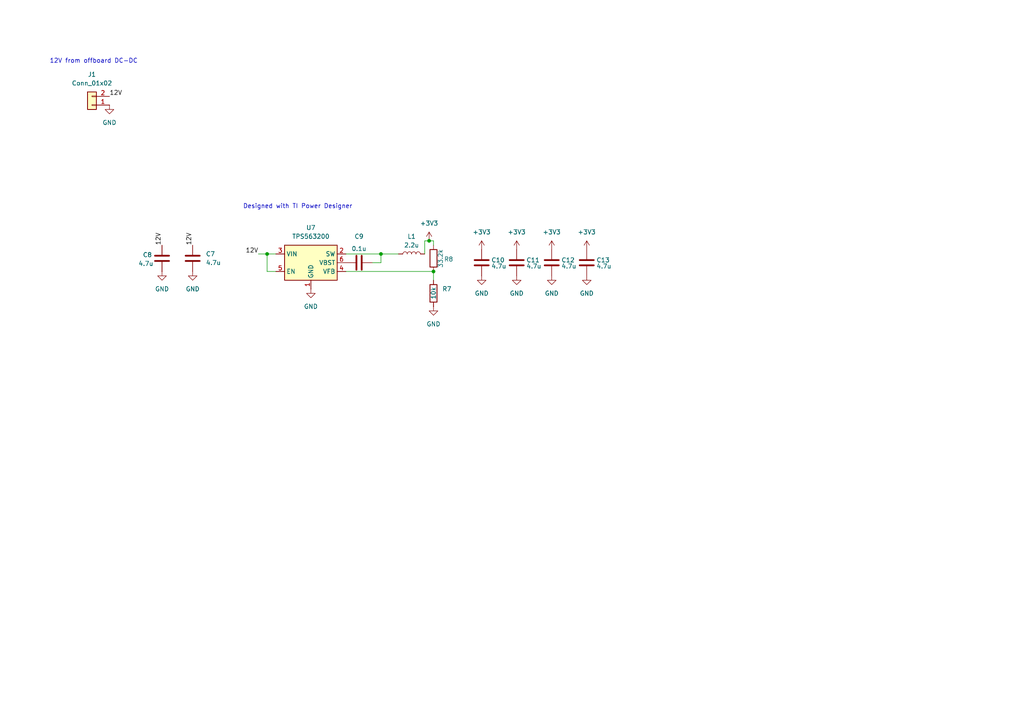
<source format=kicad_sch>
(kicad_sch (version 20250114) (generator "eeschema") (generator_version "9.0")
  (paper "A4")
  (lib_symbols
    (symbol "Connector_Generic:Conn_01x02" (pin_names (offset 1.016) (hide yes))
      (property "Reference" "J" (at 0 2.54 0))
      (property "Value" "Conn_01x02" (at 0 -5.08 0))
      (symbol "Conn_01x02_1_1"
        (rectangle (start -1.27 1.27) (end 1.27 -3.81) (stroke (width 0.254)) (fill (type background)))
        (rectangle (start -1.27 0.127) (end 0 -0.127) (stroke (width 0.1524)))
        (rectangle (start -1.27 -2.413) (end 0 -2.667) (stroke (width 0.1524)))
        (pin passive line (at -5.08 0 0) (length 3.81) (name "Pin_1") (number "1"))
        (pin passive line (at -5.08 -2.54 0) (length 3.81) (name "Pin_2") (number "2"))
      )
    )
    (symbol "Device:C" (pin_numbers (hide yes)) (pin_names (offset 0.254))
      (property "Reference" "C" (at 0.635 2.54 0))
      (property "Value" "C" (at 0.635 -2.54 0))
      (symbol "C_0_1"
        (polyline (pts (xy -2.032 0.762) (xy 2.032 0.762)) (stroke (width 0.508)))
        (polyline (pts (xy -2.032 -0.762) (xy 2.032 -0.762)) (stroke (width 0.508)))
      )
      (symbol "C_1_1"
        (pin passive line (at 0 3.81 270) (length 2.794) (name "~") (number "1"))
        (pin passive line (at 0 -3.81 90) (length 2.794) (name "~") (number "2"))
      )
    )
    (symbol "Device:L" (pin_numbers (hide yes)) (pin_names (offset 1.016) (hide yes))
      (property "Reference" "L" (at -1.27 0 90))
      (property "Value" "L" (at 1.905 0 90))
      (symbol "L_0_1"
        (arc (start 0 2.54) (mid 0.6323 1.905) (end 0 1.27))
        (arc (start 0 1.27) (mid 0.6323 0.635) (end 0 0))
        (arc (start 0 0) (mid 0.6323 -0.635) (end 0 -1.27))
        (arc (start 0 -1.27) (mid 0.6323 -1.905) (end 0 -2.54))
      )
      (symbol "L_1_1"
        (pin passive line (at 0 3.81 270) (length 1.27) (name "1") (number "1"))
        (pin passive line (at 0 -3.81 90) (length 1.27) (name "2") (number "2"))
      )
    )
    (symbol "Device:R" (pin_numbers (hide yes)) (pin_names (offset 0))
      (property "Reference" "R" (at 2.032 0 90))
      (property "Value" "R" (at 0 0 90))
      (symbol "R_0_1"
        (rectangle (start -1.016 -2.54) (end 1.016 2.54) (stroke (width 0.254)))
      )
      (symbol "R_1_1"
        (pin passive line (at 0 3.81 270) (length 1.27) (name "~") (number "1"))
        (pin passive line (at 0 -3.81 90) (length 1.27) (name "~") (number "2"))
      )
    )
    (symbol "Regulator_Switching:TPS563200"
      (property "Reference" "U" (at -7.62 6.35 0))
      (property "Value" "TPS563200" (at -2.54 6.35 0))
      (symbol "TPS563200_0_1"
        (rectangle (start -7.62 5.08) (end 7.62 -5.08) (stroke (width 0.254)) (fill (type background)))
      )
      (symbol "TPS563200_1_1"
        (pin power_in line (at -10.16 2.54 0) (length 2.54) (name "VIN") (number "3"))
        (pin input line (at -10.16 -2.54 0) (length 2.54) (name "EN") (number "5"))
        (pin power_in line (at 0 -7.62 90) (length 2.54) (name "GND") (number "1"))
        (pin output line (at 10.16 2.54 180) (length 2.54) (name "SW") (number "2"))
        (pin passive line (at 10.16 0 180) (length 2.54) (name "VBST") (number "6"))
        (pin input line (at 10.16 -2.54 180) (length 2.54) (name "VFB") (number "4"))
      )
    )
    (symbol "power:+3V3" (power) (pin_numbers (hide yes)) (pin_names (offset 0) (hide yes))
      (property "Value" "+3V3" (at 0 3.556 0))
      (symbol "+3V3_0_1"
        (polyline (pts (xy -0.762 1.27) (xy 0 2.54)))
        (polyline (pts (xy 0 2.54) (xy 0.762 1.27)))
        (polyline (pts (xy 0 0) (xy 0 2.54)))
      )
      (symbol "+3V3_1_1"
        (pin power_in line (at 0 0 90) (length 0) (name "~") (number "1"))
      )
    )
    (symbol "power:GND" (power) (pin_numbers (hide yes)) (pin_names (offset 0) (hide yes))
      (property "Value" "GND" (at 0 -3.81 0))
      (symbol "GND_0_1"
        (polyline (pts (xy 0 0) (xy 0 -1.27) (xy 1.27 -1.27) (xy 0 -2.54) (xy -1.27 -1.27) (xy 0 -1.27)))
      )
      (symbol "GND_1_1"
        (pin power_in line (at 0 0 270) (length 0) (name "~") (number "1"))
      )
    )
  )
  (text "12V from offboard DC-DC" (at 27.178 17.78 0) (effects (font (size 1.27 1.27))))
  (text "Designed with TI Power Designer" (at 86.36 59.944 0) (effects (font (size 1.27 1.27))))
  (junction (at 124.46 69.85))
  (junction (at 77.47 73.66))
  (junction (at 125.73 78.74))
  (junction (at 110.49 73.66))
  (wire (pts (xy 77.47 73.66) (xy 80.01 73.66)))
  (wire (pts (xy 123.19 69.85) (xy 124.46 69.85)))
  (wire (pts (xy 100.33 73.66) (xy 110.49 73.66)))
  (wire (pts (xy 74.93 73.66) (xy 77.47 73.66)))
  (wire (pts (xy 110.49 73.66) (xy 115.57 73.66)))
  (wire (pts (xy 77.47 78.74) (xy 80.01 78.74)))
  (wire (pts (xy 123.19 73.66) (xy 123.19 69.85)))
  (wire (pts (xy 124.46 69.85) (xy 125.73 69.85)))
  (wire (pts (xy 100.33 78.74) (xy 125.73 78.74)))
  (wire (pts (xy 125.73 69.85) (xy 125.73 71.12)))
  (wire (pts (xy 107.95 76.2) (xy 110.49 76.2)))
  (wire (pts (xy 77.47 73.66) (xy 77.47 78.74)))
  (wire (pts (xy 110.49 76.2) (xy 110.49 73.66)))
  (wire (pts (xy 125.73 78.74) (xy 125.73 81.28)))
  (label "12V" (at 31.75 27.94 0))
  (label "12V" (at 55.88 71.12 90))
  (label "12V" (at 46.99 71.12 90))
  (label "12V" (at 74.93 73.66 180))
  (symbol (lib_id "Device:C") (at 55.88 74.93 0) (unit 1)
    (property "Reference" "C7" (at 59.69 73.6599 0) (effects (justify left)))
    (property "Value" "4.7u" (at 59.69 76.1999 0) (effects (justify left)))
    (property "Footprint" "Capacitor_SMD:C_0603_1608Metric_Pad1.08x0.95mm_HandSolder" (effects (hide yes)))
    (property "Description" "Unpolarized capacitor" (effects (hide yes)))
  )
  (symbol (lib_id "power:+3V3") (at 160.02 72.39 0) (unit 1)
    (property "Reference" "#PWR033" (effects (hide yes)))
    (property "Value" "+3V3" (at 160.02 67.31 0))
    (property "Description" "Power symbol creates a global label with name \"+3V3\"" (effects (hide yes)))
  )
  (symbol (lib_id "power:+3V3") (at 149.86 72.39 0) (unit 1)
    (property "Reference" "#PWR031" (effects (hide yes)))
    (property "Value" "+3V3" (at 149.86 67.31 0))
    (property "Description" "Power symbol creates a global label with name \"+3V3\"" (effects (hide yes)))
  )
  (symbol (lib_id "Device:C") (at 149.86 76.2 0) (unit 1)
    (property "Reference" "C11" (at 152.654 75.438 0) (effects (justify left)))
    (property "Value" "4.7u" (at 152.654 77.216 0) (effects (justify left)))
    (property "Footprint" "Capacitor_SMD:C_0603_1608Metric_Pad1.08x0.95mm_HandSolder" (effects (hide yes)))
    (property "Description" "Unpolarized capacitor" (effects (hide yes)))
  )
  (symbol (lib_id "power:GND") (at 160.02 80.01 0) (unit 1)
    (property "Reference" "#PWR034" (effects (hide yes)))
    (property "Value" "GND" (at 160.02 85.09 0))
    (property "Description" "Power symbol creates a global label with name \"GND\" , ground" (effects (hide yes)))
  )
  (symbol (lib_id "power:GND") (at 46.99 78.74 0) (unit 1)
    (property "Reference" "#PWR024" (effects (hide yes)))
    (property "Value" "GND" (at 46.99 83.82 0))
    (property "Description" "Power symbol creates a global label with name \"GND\" , ground" (effects (hide yes)))
  )
  (symbol (lib_id "power:GND") (at 139.7 80.01 0) (unit 1)
    (property "Reference" "#PWR030" (effects (hide yes)))
    (property "Value" "GND" (at 139.7 85.09 0))
    (property "Description" "Power symbol creates a global label with name \"GND\" , ground" (effects (hide yes)))
  )
  (symbol (lib_id "power:GND") (at 55.88 78.74 0) (unit 1)
    (property "Reference" "#PWR025" (effects (hide yes)))
    (property "Value" "GND" (at 55.88 83.82 0))
    (property "Description" "Power symbol creates a global label with name \"GND\" , ground" (effects (hide yes)))
  )
  (symbol (lib_id "Device:C") (at 160.02 76.2 0) (unit 1)
    (property "Reference" "C12" (at 162.814 75.438 0) (effects (justify left)))
    (property "Value" "4.7u" (at 162.814 77.216 0) (effects (justify left)))
    (property "Footprint" "Capacitor_SMD:C_0603_1608Metric_Pad1.08x0.95mm_HandSolder" (effects (hide yes)))
    (property "Description" "Unpolarized capacitor" (effects (hide yes)))
  )
  (symbol (lib_id "power:+3V3") (at 124.46 69.85 0) (unit 1)
    (property "Reference" "#PWR028" (effects (hide yes)))
    (property "Value" "+3V3" (at 124.46 64.77 0))
    (property "Description" "Power symbol creates a global label with name \"+3V3\"" (effects (hide yes)))
  )
  (symbol (lib_id "Device:R") (at 125.73 74.93 0) (unit 1)
    (property "Reference" "R8" (at 128.778 75.184 0) (effects (justify left)))
    (property "Value" "33.2k" (at 127.762 77.724 90) (effects (justify left)))
    (property "Footprint" "Resistor_SMD:R_0201_0603Metric_Pad0.64x0.40mm_HandSolder" (effects (hide yes)))
    (property "Description" "Resistor" (effects (hide yes)))
  )
  (symbol (lib_id "Device:C") (at 104.14 76.2 90) (unit 1)
    (property "Reference" "C9" (at 104.14 68.58 90))
    (property "Value" "0.1u" (at 104.14 72.136 90))
    (property "Footprint" "Capacitor_SMD:C_0402_1005Metric_Pad0.74x0.62mm_HandSolder" (effects (hide yes)))
    (property "Description" "Unpolarized capacitor" (effects (hide yes)))
  )
  (symbol (lib_id "Device:R") (at 125.73 85.09 0) (unit 1)
    (property "Reference" "R7" (at 128.27 83.8199 0) (effects (justify left)))
    (property "Value" "10k" (at 125.73 86.868 90) (effects (justify left)))
    (property "Footprint" "Resistor_SMD:R_0201_0603Metric_Pad0.64x0.40mm_HandSolder" (effects (hide yes)))
    (property "Description" "Resistor" (effects (hide yes)))
  )
  (symbol (lib_id "power:GND") (at 31.75 30.48 0) (unit 1)
    (property "Reference" "#PWR03" (effects (hide yes)))
    (property "Value" "GND" (at 31.75 35.56 0))
    (property "Description" "Power symbol creates a global label with name \"GND\" , ground" (effects (hide yes)))
  )
  (symbol (lib_id "Regulator_Switching:TPS563200") (at 90.17 76.2 0) (unit 1)
    (property "Reference" "U7" (at 90.17 66.04 0))
    (property "Value" "TPS563200" (at 90.17 68.58 0))
    (property "Footprint" "Package_TO_SOT_SMD:SOT-23-6" (effects (hide yes)))
    (property "Datasheet" "http://www.ti.com/lit/ds/symlink/tps563200.pdf" (effects (hide yes)))
    (property "Description" "3A Synchronous Step-Down Voltage Regulator, Adjustable Output Voltage, 4.5-17V Input Voltage, SOT-23-6" (effects (hide yes)))
  )
  (symbol (lib_id "power:+3V3") (at 139.7 72.39 0) (unit 1)
    (property "Reference" "#PWR029" (effects (hide yes)))
    (property "Value" "+3V3" (at 139.7 67.31 0))
    (property "Description" "Power symbol creates a global label with name \"+3V3\"" (effects (hide yes)))
  )
  (symbol (lib_id "power:GND") (at 149.86 80.01 0) (unit 1)
    (property "Reference" "#PWR032" (effects (hide yes)))
    (property "Value" "GND" (at 149.86 85.09 0))
    (property "Description" "Power symbol creates a global label with name \"GND\" , ground" (effects (hide yes)))
  )
  (symbol (lib_id "power:GND") (at 90.17 83.82 0) (unit 1)
    (property "Reference" "#PWR026" (effects (hide yes)))
    (property "Value" "GND" (at 90.17 88.9 0))
    (property "Description" "Power symbol creates a global label with name \"GND\" , ground" (effects (hide yes)))
  )
  (symbol (lib_id "Device:L") (at 119.38 73.66 90) (unit 1)
    (property "Reference" "L1" (at 119.38 68.58 90))
    (property "Value" "2.2u" (at 119.38 71.12 90))
    (property "Footprint" "Inductor_SMD:L_0805_2012Metric_Pad1.05x1.20mm_HandSolder" (effects (hide yes)))
    (property "Description" "IHHP0805ZHER2R2M01" (effects (hide yes)))
  )
  (symbol (lib_id "power:+3V3") (at 170.18 72.39 0) (unit 1)
    (property "Reference" "#PWR035" (effects (hide yes)))
    (property "Value" "+3V3" (at 170.18 67.31 0))
    (property "Description" "Power symbol creates a global label with name \"+3V3\"" (effects (hide yes)))
  )
  (symbol (lib_id "power:GND") (at 125.73 88.9 0) (unit 1)
    (property "Reference" "#PWR027" (effects (hide yes)))
    (property "Value" "GND" (at 125.73 93.98 0))
    (property "Description" "Power symbol creates a global label with name \"GND\" , ground" (effects (hide yes)))
  )
  (symbol (lib_id "Device:C") (at 46.99 74.93 0) (unit 1)
    (property "Reference" "C8" (at 41.402 73.914 0) (effects (justify left)))
    (property "Value" "4.7u" (at 40.132 76.454 0) (effects (justify left)))
    (property "Footprint" "Capacitor_SMD:C_0603_1608Metric_Pad1.08x0.95mm_HandSolder" (effects (hide yes)))
    (property "Description" "Unpolarized capacitor" (effects (hide yes)))
  )
  (symbol (lib_id "Device:C") (at 139.7 76.2 0) (unit 1)
    (property "Reference" "C10" (at 142.494 75.438 0) (effects (justify left)))
    (property "Value" "4.7u" (at 142.494 77.216 0) (effects (justify left)))
    (property "Footprint" "Capacitor_SMD:C_0603_1608Metric_Pad1.08x0.95mm_HandSolder" (effects (hide yes)))
    (property "Description" "Unpolarized capacitor" (effects (hide yes)))
  )
  (symbol (lib_id "Device:C") (at 170.18 76.2 0) (unit 1)
    (property "Reference" "C13" (at 172.974 75.438 0) (effects (justify left)))
    (property "Value" "4.7u" (at 172.974 77.216 0) (effects (justify left)))
    (property "Footprint" "Capacitor_SMD:C_0603_1608Metric_Pad1.08x0.95mm_HandSolder" (effects (hide yes)))
    (property "Description" "Unpolarized capacitor" (effects (hide yes)))
  )
  (symbol (lib_id "power:GND") (at 170.18 80.01 0) (unit 1)
    (property "Reference" "#PWR036" (effects (hide yes)))
    (property "Value" "GND" (at 170.18 85.09 0))
    (property "Description" "Power symbol creates a global label with name \"GND\" , ground" (effects (hide yes)))
  )
  (symbol (lib_id "Connector_Generic:Conn_01x02") (at 26.67 30.48 180) (unit 1)
    (property "Reference" "J1" (at 26.67 21.59 0))
    (property "Value" "Conn_01x02" (at 26.67 24.13 0))
    (property "Description" "Generic connector, single row, 01x02, script generated (kicad-library-utils/schlib/autogen/connector/)" (effects (hide yes)))
  )
)
</source>
